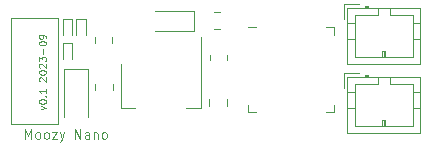
<source format=gbr>
%TF.GenerationSoftware,KiCad,Pcbnew,7.0.7-7.0.7~ubuntu22.04.1*%
%TF.CreationDate,2023-09-14T15:18:49+02:00*%
%TF.ProjectId,MoozyNano,4d6f6f7a-794e-4616-9e6f-2e6b69636164,rev?*%
%TF.SameCoordinates,Original*%
%TF.FileFunction,Legend,Top*%
%TF.FilePolarity,Positive*%
%FSLAX46Y46*%
G04 Gerber Fmt 4.6, Leading zero omitted, Abs format (unit mm)*
G04 Created by KiCad (PCBNEW 7.0.7-7.0.7~ubuntu22.04.1) date 2023-09-14 15:18:49*
%MOMM*%
%LPD*%
G01*
G04 APERTURE LIST*
%ADD10C,0.100000*%
%ADD11C,0.080000*%
%ADD12C,0.120000*%
G04 APERTURE END LIST*
D10*
X116664465Y-89228695D02*
X116664465Y-88428695D01*
X116664465Y-88428695D02*
X116931131Y-89000123D01*
X116931131Y-89000123D02*
X117197798Y-88428695D01*
X117197798Y-88428695D02*
X117197798Y-89228695D01*
X117693036Y-89228695D02*
X117616846Y-89190600D01*
X117616846Y-89190600D02*
X117578751Y-89152504D01*
X117578751Y-89152504D02*
X117540655Y-89076314D01*
X117540655Y-89076314D02*
X117540655Y-88847742D01*
X117540655Y-88847742D02*
X117578751Y-88771552D01*
X117578751Y-88771552D02*
X117616846Y-88733457D01*
X117616846Y-88733457D02*
X117693036Y-88695361D01*
X117693036Y-88695361D02*
X117807322Y-88695361D01*
X117807322Y-88695361D02*
X117883513Y-88733457D01*
X117883513Y-88733457D02*
X117921608Y-88771552D01*
X117921608Y-88771552D02*
X117959703Y-88847742D01*
X117959703Y-88847742D02*
X117959703Y-89076314D01*
X117959703Y-89076314D02*
X117921608Y-89152504D01*
X117921608Y-89152504D02*
X117883513Y-89190600D01*
X117883513Y-89190600D02*
X117807322Y-89228695D01*
X117807322Y-89228695D02*
X117693036Y-89228695D01*
X118416846Y-89228695D02*
X118340656Y-89190600D01*
X118340656Y-89190600D02*
X118302561Y-89152504D01*
X118302561Y-89152504D02*
X118264465Y-89076314D01*
X118264465Y-89076314D02*
X118264465Y-88847742D01*
X118264465Y-88847742D02*
X118302561Y-88771552D01*
X118302561Y-88771552D02*
X118340656Y-88733457D01*
X118340656Y-88733457D02*
X118416846Y-88695361D01*
X118416846Y-88695361D02*
X118531132Y-88695361D01*
X118531132Y-88695361D02*
X118607323Y-88733457D01*
X118607323Y-88733457D02*
X118645418Y-88771552D01*
X118645418Y-88771552D02*
X118683513Y-88847742D01*
X118683513Y-88847742D02*
X118683513Y-89076314D01*
X118683513Y-89076314D02*
X118645418Y-89152504D01*
X118645418Y-89152504D02*
X118607323Y-89190600D01*
X118607323Y-89190600D02*
X118531132Y-89228695D01*
X118531132Y-89228695D02*
X118416846Y-89228695D01*
X118950180Y-88695361D02*
X119369228Y-88695361D01*
X119369228Y-88695361D02*
X118950180Y-89228695D01*
X118950180Y-89228695D02*
X119369228Y-89228695D01*
X119597799Y-88695361D02*
X119788275Y-89228695D01*
X119978752Y-88695361D02*
X119788275Y-89228695D01*
X119788275Y-89228695D02*
X119712085Y-89419171D01*
X119712085Y-89419171D02*
X119673990Y-89457266D01*
X119673990Y-89457266D02*
X119597799Y-89495361D01*
X120893038Y-89228695D02*
X120893038Y-88428695D01*
X120893038Y-88428695D02*
X121350181Y-89228695D01*
X121350181Y-89228695D02*
X121350181Y-88428695D01*
X122073990Y-89228695D02*
X122073990Y-88809647D01*
X122073990Y-88809647D02*
X122035895Y-88733457D01*
X122035895Y-88733457D02*
X121959704Y-88695361D01*
X121959704Y-88695361D02*
X121807323Y-88695361D01*
X121807323Y-88695361D02*
X121731133Y-88733457D01*
X122073990Y-89190600D02*
X121997799Y-89228695D01*
X121997799Y-89228695D02*
X121807323Y-89228695D01*
X121807323Y-89228695D02*
X121731133Y-89190600D01*
X121731133Y-89190600D02*
X121693037Y-89114409D01*
X121693037Y-89114409D02*
X121693037Y-89038219D01*
X121693037Y-89038219D02*
X121731133Y-88962028D01*
X121731133Y-88962028D02*
X121807323Y-88923933D01*
X121807323Y-88923933D02*
X121997799Y-88923933D01*
X121997799Y-88923933D02*
X122073990Y-88885838D01*
X122454943Y-88695361D02*
X122454943Y-89228695D01*
X122454943Y-88771552D02*
X122493038Y-88733457D01*
X122493038Y-88733457D02*
X122569228Y-88695361D01*
X122569228Y-88695361D02*
X122683514Y-88695361D01*
X122683514Y-88695361D02*
X122759705Y-88733457D01*
X122759705Y-88733457D02*
X122797800Y-88809647D01*
X122797800Y-88809647D02*
X122797800Y-89228695D01*
X123293038Y-89228695D02*
X123216848Y-89190600D01*
X123216848Y-89190600D02*
X123178753Y-89152504D01*
X123178753Y-89152504D02*
X123140657Y-89076314D01*
X123140657Y-89076314D02*
X123140657Y-88847742D01*
X123140657Y-88847742D02*
X123178753Y-88771552D01*
X123178753Y-88771552D02*
X123216848Y-88733457D01*
X123216848Y-88733457D02*
X123293038Y-88695361D01*
X123293038Y-88695361D02*
X123407324Y-88695361D01*
X123407324Y-88695361D02*
X123483515Y-88733457D01*
X123483515Y-88733457D02*
X123521610Y-88771552D01*
X123521610Y-88771552D02*
X123559705Y-88847742D01*
X123559705Y-88847742D02*
X123559705Y-89076314D01*
X123559705Y-89076314D02*
X123521610Y-89152504D01*
X123521610Y-89152504D02*
X123483515Y-89190600D01*
X123483515Y-89190600D02*
X123407324Y-89228695D01*
X123407324Y-89228695D02*
X123293038Y-89228695D01*
D11*
X118038811Y-86729654D02*
X118438811Y-86586797D01*
X118438811Y-86586797D02*
X118038811Y-86443940D01*
X117838811Y-86101083D02*
X117838811Y-86043940D01*
X117838811Y-86043940D02*
X117867382Y-85986797D01*
X117867382Y-85986797D02*
X117895954Y-85958226D01*
X117895954Y-85958226D02*
X117953097Y-85929654D01*
X117953097Y-85929654D02*
X118067382Y-85901083D01*
X118067382Y-85901083D02*
X118210240Y-85901083D01*
X118210240Y-85901083D02*
X118324525Y-85929654D01*
X118324525Y-85929654D02*
X118381668Y-85958226D01*
X118381668Y-85958226D02*
X118410240Y-85986797D01*
X118410240Y-85986797D02*
X118438811Y-86043940D01*
X118438811Y-86043940D02*
X118438811Y-86101083D01*
X118438811Y-86101083D02*
X118410240Y-86158226D01*
X118410240Y-86158226D02*
X118381668Y-86186797D01*
X118381668Y-86186797D02*
X118324525Y-86215368D01*
X118324525Y-86215368D02*
X118210240Y-86243940D01*
X118210240Y-86243940D02*
X118067382Y-86243940D01*
X118067382Y-86243940D02*
X117953097Y-86215368D01*
X117953097Y-86215368D02*
X117895954Y-86186797D01*
X117895954Y-86186797D02*
X117867382Y-86158226D01*
X117867382Y-86158226D02*
X117838811Y-86101083D01*
X118381668Y-85643939D02*
X118410240Y-85615368D01*
X118410240Y-85615368D02*
X118438811Y-85643939D01*
X118438811Y-85643939D02*
X118410240Y-85672511D01*
X118410240Y-85672511D02*
X118381668Y-85643939D01*
X118381668Y-85643939D02*
X118438811Y-85643939D01*
X118438811Y-85043940D02*
X118438811Y-85386797D01*
X118438811Y-85215368D02*
X117838811Y-85215368D01*
X117838811Y-85215368D02*
X117924525Y-85272511D01*
X117924525Y-85272511D02*
X117981668Y-85329654D01*
X117981668Y-85329654D02*
X118010240Y-85386797D01*
X117895954Y-84358225D02*
X117867382Y-84329653D01*
X117867382Y-84329653D02*
X117838811Y-84272511D01*
X117838811Y-84272511D02*
X117838811Y-84129653D01*
X117838811Y-84129653D02*
X117867382Y-84072511D01*
X117867382Y-84072511D02*
X117895954Y-84043939D01*
X117895954Y-84043939D02*
X117953097Y-84015368D01*
X117953097Y-84015368D02*
X118010240Y-84015368D01*
X118010240Y-84015368D02*
X118095954Y-84043939D01*
X118095954Y-84043939D02*
X118438811Y-84386796D01*
X118438811Y-84386796D02*
X118438811Y-84015368D01*
X117838811Y-83643939D02*
X117838811Y-83586796D01*
X117838811Y-83586796D02*
X117867382Y-83529653D01*
X117867382Y-83529653D02*
X117895954Y-83501082D01*
X117895954Y-83501082D02*
X117953097Y-83472510D01*
X117953097Y-83472510D02*
X118067382Y-83443939D01*
X118067382Y-83443939D02*
X118210240Y-83443939D01*
X118210240Y-83443939D02*
X118324525Y-83472510D01*
X118324525Y-83472510D02*
X118381668Y-83501082D01*
X118381668Y-83501082D02*
X118410240Y-83529653D01*
X118410240Y-83529653D02*
X118438811Y-83586796D01*
X118438811Y-83586796D02*
X118438811Y-83643939D01*
X118438811Y-83643939D02*
X118410240Y-83701082D01*
X118410240Y-83701082D02*
X118381668Y-83729653D01*
X118381668Y-83729653D02*
X118324525Y-83758224D01*
X118324525Y-83758224D02*
X118210240Y-83786796D01*
X118210240Y-83786796D02*
X118067382Y-83786796D01*
X118067382Y-83786796D02*
X117953097Y-83758224D01*
X117953097Y-83758224D02*
X117895954Y-83729653D01*
X117895954Y-83729653D02*
X117867382Y-83701082D01*
X117867382Y-83701082D02*
X117838811Y-83643939D01*
X117895954Y-83215367D02*
X117867382Y-83186795D01*
X117867382Y-83186795D02*
X117838811Y-83129653D01*
X117838811Y-83129653D02*
X117838811Y-82986795D01*
X117838811Y-82986795D02*
X117867382Y-82929653D01*
X117867382Y-82929653D02*
X117895954Y-82901081D01*
X117895954Y-82901081D02*
X117953097Y-82872510D01*
X117953097Y-82872510D02*
X118010240Y-82872510D01*
X118010240Y-82872510D02*
X118095954Y-82901081D01*
X118095954Y-82901081D02*
X118438811Y-83243938D01*
X118438811Y-83243938D02*
X118438811Y-82872510D01*
X117838811Y-82672509D02*
X117838811Y-82301081D01*
X117838811Y-82301081D02*
X118067382Y-82501081D01*
X118067382Y-82501081D02*
X118067382Y-82415366D01*
X118067382Y-82415366D02*
X118095954Y-82358224D01*
X118095954Y-82358224D02*
X118124525Y-82329652D01*
X118124525Y-82329652D02*
X118181668Y-82301081D01*
X118181668Y-82301081D02*
X118324525Y-82301081D01*
X118324525Y-82301081D02*
X118381668Y-82329652D01*
X118381668Y-82329652D02*
X118410240Y-82358224D01*
X118410240Y-82358224D02*
X118438811Y-82415366D01*
X118438811Y-82415366D02*
X118438811Y-82586795D01*
X118438811Y-82586795D02*
X118410240Y-82643938D01*
X118410240Y-82643938D02*
X118381668Y-82672509D01*
X118210240Y-82043937D02*
X118210240Y-81586795D01*
X117838811Y-81186795D02*
X117838811Y-81129652D01*
X117838811Y-81129652D02*
X117867382Y-81072509D01*
X117867382Y-81072509D02*
X117895954Y-81043938D01*
X117895954Y-81043938D02*
X117953097Y-81015366D01*
X117953097Y-81015366D02*
X118067382Y-80986795D01*
X118067382Y-80986795D02*
X118210240Y-80986795D01*
X118210240Y-80986795D02*
X118324525Y-81015366D01*
X118324525Y-81015366D02*
X118381668Y-81043938D01*
X118381668Y-81043938D02*
X118410240Y-81072509D01*
X118410240Y-81072509D02*
X118438811Y-81129652D01*
X118438811Y-81129652D02*
X118438811Y-81186795D01*
X118438811Y-81186795D02*
X118410240Y-81243938D01*
X118410240Y-81243938D02*
X118381668Y-81272509D01*
X118381668Y-81272509D02*
X118324525Y-81301080D01*
X118324525Y-81301080D02*
X118210240Y-81329652D01*
X118210240Y-81329652D02*
X118067382Y-81329652D01*
X118067382Y-81329652D02*
X117953097Y-81301080D01*
X117953097Y-81301080D02*
X117895954Y-81272509D01*
X117895954Y-81272509D02*
X117867382Y-81243938D01*
X117867382Y-81243938D02*
X117838811Y-81186795D01*
X118438811Y-80701080D02*
X118438811Y-80586794D01*
X118438811Y-80586794D02*
X118410240Y-80529651D01*
X118410240Y-80529651D02*
X118381668Y-80501080D01*
X118381668Y-80501080D02*
X118295954Y-80443937D01*
X118295954Y-80443937D02*
X118181668Y-80415366D01*
X118181668Y-80415366D02*
X117953097Y-80415366D01*
X117953097Y-80415366D02*
X117895954Y-80443937D01*
X117895954Y-80443937D02*
X117867382Y-80472509D01*
X117867382Y-80472509D02*
X117838811Y-80529651D01*
X117838811Y-80529651D02*
X117838811Y-80643937D01*
X117838811Y-80643937D02*
X117867382Y-80701080D01*
X117867382Y-80701080D02*
X117895954Y-80729651D01*
X117895954Y-80729651D02*
X117953097Y-80758223D01*
X117953097Y-80758223D02*
X118095954Y-80758223D01*
X118095954Y-80758223D02*
X118153097Y-80729651D01*
X118153097Y-80729651D02*
X118181668Y-80701080D01*
X118181668Y-80701080D02*
X118210240Y-80643937D01*
X118210240Y-80643937D02*
X118210240Y-80529651D01*
X118210240Y-80529651D02*
X118181668Y-80472509D01*
X118181668Y-80472509D02*
X118153097Y-80443937D01*
X118153097Y-80443937D02*
X118095954Y-80415366D01*
D12*
%TO.C,J2*%
X146915200Y-88110000D02*
X146915200Y-87610000D01*
X145715200Y-83800000D02*
X145415200Y-83800000D01*
X150075200Y-85310000D02*
X149465200Y-85310000D01*
X143955200Y-88720000D02*
X150075200Y-88720000D01*
X144905200Y-83700000D02*
X143655200Y-83700000D01*
X143655200Y-83700000D02*
X143655200Y-84950000D01*
X147515200Y-84610000D02*
X147515200Y-84000000D01*
X145715200Y-83900000D02*
X145415200Y-83900000D01*
X150075200Y-88720000D02*
X150075200Y-84000000D01*
X146915200Y-87610000D02*
X147115200Y-87610000D01*
X147015200Y-88110000D02*
X147015200Y-87610000D01*
X143955200Y-85310000D02*
X144565200Y-85310000D01*
X149465200Y-84610000D02*
X147515200Y-84610000D01*
X150075200Y-86610000D02*
X149465200Y-86610000D01*
X146515200Y-84610000D02*
X144565200Y-84610000D01*
X150075200Y-84000000D02*
X143955200Y-84000000D01*
X143955200Y-84000000D02*
X143955200Y-88720000D01*
X145715200Y-84000000D02*
X145715200Y-83800000D01*
X144565200Y-84610000D02*
X144565200Y-88110000D01*
X146515200Y-84000000D02*
X146515200Y-84610000D01*
X147115200Y-87610000D02*
X147115200Y-88110000D01*
X143955200Y-86610000D02*
X144565200Y-86610000D01*
X149465200Y-88110000D02*
X149465200Y-84610000D01*
X144565200Y-88110000D02*
X149465200Y-88110000D01*
X145415200Y-83800000D02*
X145415200Y-84000000D01*
%TO.C,J1*%
X146915200Y-82268000D02*
X146915200Y-81768000D01*
X145715200Y-77958000D02*
X145415200Y-77958000D01*
X150075200Y-79468000D02*
X149465200Y-79468000D01*
X143955200Y-82878000D02*
X150075200Y-82878000D01*
X144905200Y-77858000D02*
X143655200Y-77858000D01*
X143655200Y-77858000D02*
X143655200Y-79108000D01*
X147515200Y-78768000D02*
X147515200Y-78158000D01*
X145715200Y-78058000D02*
X145415200Y-78058000D01*
X150075200Y-82878000D02*
X150075200Y-78158000D01*
X146915200Y-81768000D02*
X147115200Y-81768000D01*
X147015200Y-82268000D02*
X147015200Y-81768000D01*
X143955200Y-79468000D02*
X144565200Y-79468000D01*
X149465200Y-78768000D02*
X147515200Y-78768000D01*
X150075200Y-80768000D02*
X149465200Y-80768000D01*
X146515200Y-78768000D02*
X144565200Y-78768000D01*
X150075200Y-78158000D02*
X143955200Y-78158000D01*
X143955200Y-78158000D02*
X143955200Y-82878000D01*
X145715200Y-78158000D02*
X145715200Y-77958000D01*
X144565200Y-78768000D02*
X144565200Y-82268000D01*
X146515200Y-78158000D02*
X146515200Y-78768000D01*
X147115200Y-81768000D02*
X147115200Y-82268000D01*
X143955200Y-80768000D02*
X144565200Y-80768000D01*
X149465200Y-82268000D02*
X149465200Y-78768000D01*
X144565200Y-82268000D02*
X149465200Y-82268000D01*
X145415200Y-77958000D02*
X145415200Y-78158000D01*
%TO.C,C4*%
X133729400Y-86418052D02*
X133729400Y-85895548D01*
X132259400Y-86418052D02*
X132259400Y-85895548D01*
%TO.C,C1*%
X124077400Y-84600148D02*
X124077400Y-85122652D01*
X122607400Y-84600148D02*
X122607400Y-85122652D01*
%TO.C,C3*%
X132656948Y-78462200D02*
X133179452Y-78462200D01*
X132656948Y-79932200D02*
X133179452Y-79932200D01*
%TO.C,U2*%
X142782600Y-86998200D02*
X142782600Y-86348200D01*
X142782600Y-79778200D02*
X142782600Y-80428200D01*
X142132600Y-86998200D02*
X142782600Y-86998200D01*
X142132600Y-79778200D02*
X142782600Y-79778200D01*
X136212600Y-86998200D02*
X135562600Y-86998200D01*
X136212600Y-79778200D02*
X135562600Y-79778200D01*
X135562600Y-86998200D02*
X135562600Y-86348200D01*
%TO.C,R1*%
X133754800Y-82094336D02*
X133754800Y-82548464D01*
X132284800Y-82094336D02*
X132284800Y-82548464D01*
%TO.C,C2*%
X122582000Y-81160252D02*
X122582000Y-80637748D01*
X124052000Y-81160252D02*
X124052000Y-80637748D01*
%TO.C,D5*%
X121980200Y-83339600D02*
X119980200Y-83339600D01*
X121980200Y-83339600D02*
X121980200Y-87349600D01*
X119980200Y-83339600D02*
X119980200Y-87349600D01*
%TO.C,D2*%
X121812000Y-79044700D02*
X121012000Y-79044700D01*
X121812000Y-80404700D02*
X121812000Y-79044700D01*
X121012000Y-80404700D02*
X121012000Y-79044700D01*
D10*
%TO.C,U3*%
X115455200Y-78973600D02*
X119455200Y-78973600D01*
X119455200Y-78973600D02*
X119455200Y-87973600D01*
X119455200Y-87973600D02*
X115455200Y-87973600D01*
X115455200Y-87973600D02*
X115455200Y-78973600D01*
D12*
%TO.C,D1*%
X130940400Y-80123400D02*
X130940400Y-78423400D01*
X130940400Y-80123400D02*
X127680400Y-80123400D01*
X130940400Y-78423400D02*
X127680400Y-78423400D01*
%TO.C,U1*%
X131565500Y-80608600D02*
X131565500Y-86618600D01*
X124745500Y-82858600D02*
X124745500Y-86618600D01*
X131565500Y-86618600D02*
X130305500Y-86618600D01*
X124745500Y-86618600D02*
X126005500Y-86618600D01*
%TO.C,D3*%
X120669000Y-79044700D02*
X119869000Y-79044700D01*
X120669000Y-80404700D02*
X120669000Y-79044700D01*
X119869000Y-80404700D02*
X119869000Y-79044700D01*
%TO.C,D4*%
X120669000Y-81102100D02*
X119869000Y-81102100D01*
X120669000Y-82462100D02*
X120669000Y-81102100D01*
X119869000Y-82462100D02*
X119869000Y-81102100D01*
%TD*%
M02*

</source>
